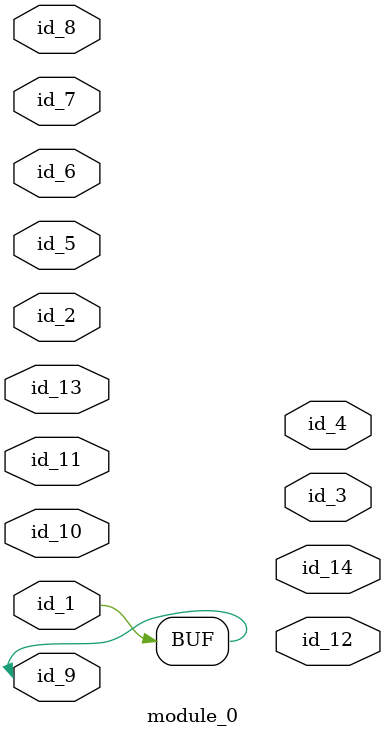
<source format=v>
module module_0 (
    id_1,
    id_2,
    id_3,
    id_4,
    id_5,
    id_6,
    id_7,
    id_8,
    id_9,
    id_10,
    id_11,
    id_12,
    id_13,
    id_14
);
  output id_14;
  inout id_13;
  output id_12;
  input id_11;
  input id_10;
  inout id_9;
  inout id_8;
  input id_7;
  inout id_6;
  inout id_5;
  output id_4;
  output id_3;
  inout id_2;
  inout id_1;
  assign id_9 = id_1;
endmodule

</source>
